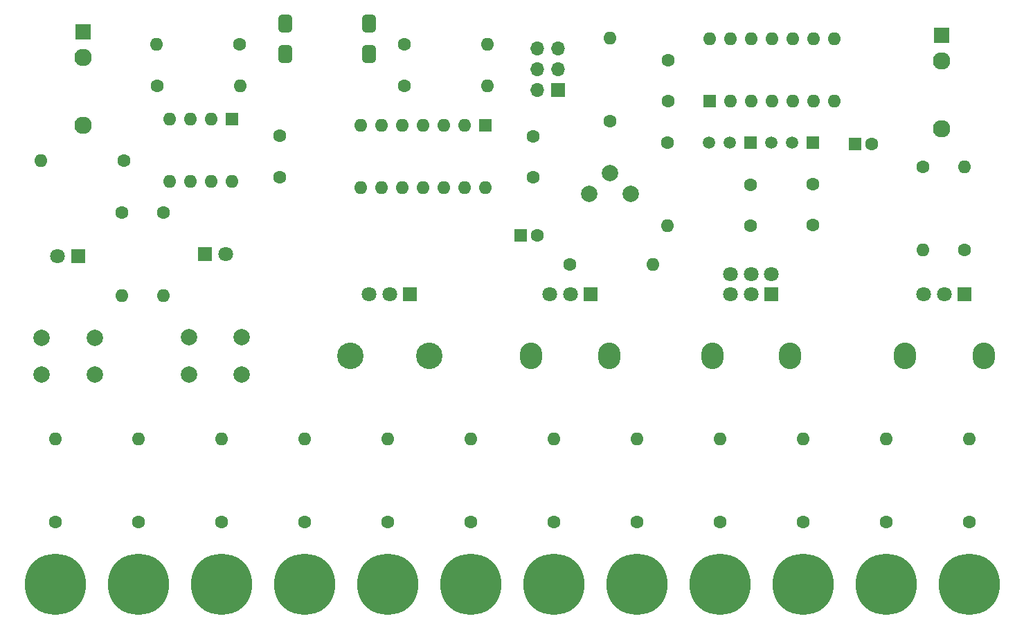
<source format=gbs>
%TF.GenerationSoftware,KiCad,Pcbnew,7.0.5-0*%
%TF.CreationDate,2023-06-20T21:08:24+01:00*%
%TF.ProjectId,bcm-machina-noise,62636d2d-6d61-4636-9869-6e612d6e6f69,rev?*%
%TF.SameCoordinates,Original*%
%TF.FileFunction,Soldermask,Bot*%
%TF.FilePolarity,Negative*%
%FSLAX46Y46*%
G04 Gerber Fmt 4.6, Leading zero omitted, Abs format (unit mm)*
G04 Created by KiCad (PCBNEW 7.0.5-0) date 2023-06-20 21:08:24*
%MOMM*%
%LPD*%
G01*
G04 APERTURE LIST*
G04 Aperture macros list*
%AMRoundRect*
0 Rectangle with rounded corners*
0 $1 Rounding radius*
0 $2 $3 $4 $5 $6 $7 $8 $9 X,Y pos of 4 corners*
0 Add a 4 corners polygon primitive as box body*
4,1,4,$2,$3,$4,$5,$6,$7,$8,$9,$2,$3,0*
0 Add four circle primitives for the rounded corners*
1,1,$1+$1,$2,$3*
1,1,$1+$1,$4,$5*
1,1,$1+$1,$6,$7*
1,1,$1+$1,$8,$9*
0 Add four rect primitives between the rounded corners*
20,1,$1+$1,$2,$3,$4,$5,0*
20,1,$1+$1,$4,$5,$6,$7,0*
20,1,$1+$1,$6,$7,$8,$9,0*
20,1,$1+$1,$8,$9,$2,$3,0*%
G04 Aperture macros list end*
%ADD10RoundRect,0.412500X0.412500X0.687500X-0.412500X0.687500X-0.412500X-0.687500X0.412500X-0.687500X0*%
%ADD11C,2.000000*%
%ADD12C,7.500000*%
%ADD13R,1.930000X1.830000*%
%ADD14C,2.130000*%
%ADD15R,1.500000X1.500000*%
%ADD16C,1.500000*%
%ADD17C,1.600000*%
%ADD18O,1.600000X1.600000*%
%ADD19R,1.800000X1.800000*%
%ADD20C,1.800000*%
%ADD21R,1.600000X1.600000*%
%ADD22C,3.240000*%
%ADD23O,2.720000X3.240000*%
%ADD24R,1.700000X1.700000*%
%ADD25O,1.700000X1.700000*%
G04 APERTURE END LIST*
D10*
%TO.C,J1*%
X112014000Y-77360000D03*
X112014000Y-73660000D03*
X101814000Y-77360000D03*
X101814000Y-73660000D03*
%TD*%
D11*
%TO.C,RV3*%
X139018000Y-94488000D03*
X141518000Y-91988000D03*
X144018000Y-94488000D03*
%TD*%
D12*
%TO.C,H4*%
X104140000Y-142240000D03*
%TD*%
%TO.C,H7*%
X134620000Y-142240000D03*
%TD*%
%TO.C,H2*%
X83820000Y-142240000D03*
%TD*%
D11*
%TO.C,SW1*%
X72047000Y-112086000D03*
X78547000Y-112086000D03*
X72047000Y-116586000D03*
X78547000Y-116586000D03*
%TD*%
D13*
%TO.C,J5*%
X77111007Y-74698525D03*
D14*
X77111007Y-86098525D03*
X77111007Y-77798525D03*
%TD*%
D15*
%TO.C,Q1*%
X158736000Y-88232000D03*
D16*
X156196000Y-88232000D03*
X153656000Y-88232000D03*
%TD*%
D17*
%TO.C,R25*%
X96207000Y-76159000D03*
D18*
X86047000Y-76159000D03*
%TD*%
D17*
%TO.C,R16*%
X179818000Y-91146000D03*
D18*
X179818000Y-101306000D03*
%TD*%
D17*
%TO.C,C3*%
X132080000Y-87446000D03*
X132080000Y-92446000D03*
%TD*%
%TO.C,R22*%
X82042000Y-90424000D03*
D18*
X71882000Y-90424000D03*
%TD*%
D17*
%TO.C,R11*%
X175260000Y-134620000D03*
D18*
X175260000Y-124460000D03*
%TD*%
D12*
%TO.C,H8*%
X144780000Y-142240000D03*
%TD*%
D19*
%TO.C,D1*%
X76459000Y-102108000D03*
D20*
X73919000Y-102108000D03*
%TD*%
D17*
%TO.C,R14*%
X148576000Y-88232000D03*
D18*
X148576000Y-98392000D03*
%TD*%
D21*
%TO.C,C5*%
X171482000Y-88392000D03*
D17*
X173482000Y-88392000D03*
%TD*%
D12*
%TO.C,H10*%
X165100000Y-142240000D03*
%TD*%
D17*
%TO.C,R3*%
X93980000Y-134620000D03*
D18*
X93980000Y-124460000D03*
%TD*%
D17*
%TO.C,R19*%
X116332000Y-76200000D03*
D18*
X126492000Y-76200000D03*
%TD*%
D12*
%TO.C,H1*%
X73660000Y-142240000D03*
%TD*%
D17*
%TO.C,R10*%
X165100000Y-134620000D03*
D18*
X165100000Y-124460000D03*
%TD*%
D17*
%TO.C,R18*%
X116332000Y-81280000D03*
D18*
X126492000Y-81280000D03*
%TD*%
D21*
%TO.C,C4*%
X130588000Y-99568000D03*
D17*
X132588000Y-99568000D03*
%TD*%
%TO.C,R2*%
X83820000Y-134620000D03*
D18*
X83820000Y-124460000D03*
%TD*%
D12*
%TO.C,H5*%
X114300000Y-142240000D03*
%TD*%
D17*
%TO.C,R12*%
X185420000Y-134620000D03*
D18*
X185420000Y-124460000D03*
%TD*%
D17*
%TO.C,R21*%
X86868000Y-96774000D03*
D18*
X86868000Y-106934000D03*
%TD*%
D17*
%TO.C,R13*%
X141478000Y-85598000D03*
D18*
X141478000Y-75438000D03*
%TD*%
D11*
%TO.C,SW2*%
X90006000Y-112046000D03*
X96506000Y-112046000D03*
X90006000Y-116546000D03*
X96506000Y-116546000D03*
%TD*%
D22*
%TO.C,RV5*%
X119380000Y-114300000D03*
X109780000Y-114300000D03*
D19*
X117080000Y-106800000D03*
D20*
X114580000Y-106800000D03*
X112080000Y-106800000D03*
%TD*%
D17*
%TO.C,R6*%
X124460000Y-134620000D03*
D18*
X124460000Y-124460000D03*
%TD*%
D17*
%TO.C,C7*%
X148616000Y-78112000D03*
X148616000Y-83112000D03*
%TD*%
D13*
%TO.C,J3*%
X182104000Y-75092000D03*
D14*
X182104000Y-86492000D03*
X182104000Y-78192000D03*
%TD*%
D21*
%TO.C,U2*%
X95250000Y-85344000D03*
D18*
X92710000Y-85344000D03*
X90170000Y-85344000D03*
X87630000Y-85344000D03*
X87630000Y-92964000D03*
X90170000Y-92964000D03*
X92710000Y-92964000D03*
X95250000Y-92964000D03*
%TD*%
D21*
%TO.C,U3*%
X126238000Y-86106000D03*
D18*
X123698000Y-86106000D03*
X121158000Y-86106000D03*
X118618000Y-86106000D03*
X116078000Y-86106000D03*
X113538000Y-86106000D03*
X110998000Y-86106000D03*
X110998000Y-93726000D03*
X113538000Y-93726000D03*
X116078000Y-93726000D03*
X118618000Y-93726000D03*
X121158000Y-93726000D03*
X123698000Y-93726000D03*
X126238000Y-93726000D03*
%TD*%
D15*
%TO.C,Q2*%
X166356000Y-88232000D03*
D16*
X163816000Y-88232000D03*
X161276000Y-88232000D03*
%TD*%
D23*
%TO.C,RV1*%
X163526000Y-114300000D03*
X154026000Y-114300000D03*
D19*
X161276000Y-106800000D03*
D20*
X158776000Y-106800000D03*
X156276000Y-106800000D03*
X161276000Y-104300000D03*
X158776000Y-104300000D03*
X156276000Y-104300000D03*
%TD*%
D17*
%TO.C,R4*%
X104140000Y-134620000D03*
D18*
X104140000Y-124460000D03*
%TD*%
D17*
%TO.C,R7*%
X134620000Y-134620000D03*
D18*
X134620000Y-124460000D03*
%TD*%
D12*
%TO.C,H9*%
X154940000Y-142240000D03*
%TD*%
D17*
%TO.C,R5*%
X114300000Y-134620000D03*
D18*
X114300000Y-124460000D03*
%TD*%
D23*
%TO.C,RV2*%
X187198000Y-114300000D03*
X177598000Y-114300000D03*
D19*
X184898000Y-106800000D03*
D20*
X182398000Y-106800000D03*
X179898000Y-106800000D03*
%TD*%
D17*
%TO.C,R1*%
X73660000Y-134620000D03*
D18*
X73660000Y-124460000D03*
%TD*%
D17*
%TO.C,R15*%
X136638000Y-103084000D03*
D18*
X146798000Y-103084000D03*
%TD*%
D12*
%TO.C,H11*%
X175260000Y-142240000D03*
%TD*%
D17*
%TO.C,R8*%
X144780000Y-134620000D03*
D18*
X144780000Y-124460000D03*
%TD*%
D19*
%TO.C,D2*%
X91948000Y-101854000D03*
D20*
X94488000Y-101854000D03*
%TD*%
D12*
%TO.C,H3*%
X93980000Y-142240000D03*
%TD*%
%TO.C,H12*%
X185420000Y-142240000D03*
%TD*%
D17*
%TO.C,C2*%
X166356000Y-93312000D03*
X166356000Y-98312000D03*
%TD*%
%TO.C,R17*%
X184898000Y-101306000D03*
D18*
X184898000Y-91146000D03*
%TD*%
D21*
%TO.C,U1*%
X153696000Y-83112000D03*
D18*
X156236000Y-83112000D03*
X158776000Y-83112000D03*
X161316000Y-83112000D03*
X163856000Y-83112000D03*
X166396000Y-83112000D03*
X168936000Y-83112000D03*
X168936000Y-75492000D03*
X166396000Y-75492000D03*
X163856000Y-75492000D03*
X161316000Y-75492000D03*
X158776000Y-75492000D03*
X156236000Y-75492000D03*
X153696000Y-75492000D03*
%TD*%
D17*
%TO.C,R20*%
X81788000Y-96774000D03*
D18*
X81788000Y-106934000D03*
%TD*%
D12*
%TO.C,H6*%
X124460000Y-142240000D03*
%TD*%
D17*
%TO.C,R9*%
X154940000Y-134620000D03*
D18*
X154940000Y-124460000D03*
%TD*%
D23*
%TO.C,RV4*%
X141464000Y-114300000D03*
X131864000Y-114300000D03*
D19*
X139164000Y-106800000D03*
D20*
X136664000Y-106800000D03*
X134164000Y-106800000D03*
%TD*%
D17*
%TO.C,C6*%
X101092000Y-92416000D03*
X101092000Y-87416000D03*
%TD*%
D24*
%TO.C,J2*%
X135128000Y-81788000D03*
D25*
X132588000Y-81788000D03*
X135128000Y-79248000D03*
X132588000Y-79248000D03*
X135128000Y-76708000D03*
X132588000Y-76708000D03*
%TD*%
D17*
%TO.C,R26*%
X86106000Y-81239000D03*
D18*
X96266000Y-81239000D03*
%TD*%
D17*
%TO.C,C1*%
X158736000Y-93392000D03*
X158736000Y-98392000D03*
%TD*%
M02*

</source>
